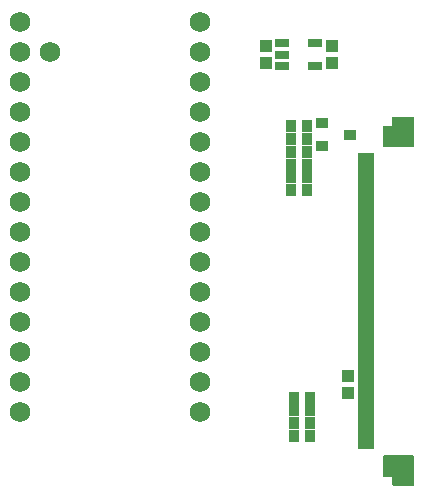
<source format=gbs>
%FSLAX23Y23*%
%MOIN*%
G70*
G01*
G75*
G04 Layer_Color=16711935*
%ADD10C,0.006*%
%ADD11C,0.060*%
%ADD12C,0.020*%
%ADD13C,0.024*%
%ADD14R,0.047X0.012*%
%ADD15C,0.039*%
%ADD16R,0.039X0.022*%
%ADD17R,0.030X0.035*%
%ADD18R,0.035X0.024*%
%ADD19R,0.035X0.031*%
%ADD20C,0.020*%
%ADD21R,0.047X0.051*%
%ADD22C,0.068*%
%ADD23R,0.055X0.020*%
%ADD24C,0.047*%
%ADD25R,0.047X0.030*%
%ADD26R,0.038X0.043*%
%ADD27R,0.043X0.032*%
%ADD28R,0.043X0.039*%
G36*
X2361Y1471D02*
X2361Y1470D01*
X2362Y1470D01*
X2362Y1470D01*
X2363Y1470D01*
X2363Y1469D01*
X2363Y1469D01*
X2364Y1469D01*
X2364Y1468D01*
X2364Y1468D01*
X2364Y1467D01*
X2364Y1467D01*
Y1372D01*
X2364Y1372D01*
X2364Y1371D01*
X2364Y1371D01*
X2364Y1370D01*
X2363Y1370D01*
X2363Y1369D01*
X2363Y1369D01*
X2362Y1369D01*
X2362Y1368D01*
X2361Y1368D01*
X2361Y1368D01*
X2360Y1368D01*
X2297D01*
X2297Y1368D01*
X2296Y1368D01*
X2296Y1368D01*
X2295Y1369D01*
X2295Y1369D01*
X2294Y1369D01*
X2294Y1370D01*
X2294Y1370D01*
X2294Y1371D01*
X2293Y1371D01*
X2293Y1372D01*
X2293Y1372D01*
Y1400D01*
X2266D01*
X2265Y1400D01*
X2265Y1400D01*
X2264Y1400D01*
X2264Y1400D01*
X2263Y1400D01*
X2263Y1401D01*
X2263Y1401D01*
X2262Y1402D01*
X2262Y1402D01*
X2262Y1403D01*
X2262Y1403D01*
X2262Y1404D01*
Y1467D01*
X2262Y1467D01*
X2262Y1468D01*
X2262Y1468D01*
X2262Y1469D01*
X2263Y1469D01*
X2263Y1469D01*
X2263Y1470D01*
X2264Y1470D01*
X2264Y1470D01*
X2265Y1470D01*
X2265Y1471D01*
X2266Y1471D01*
X2360D01*
X2361Y1471D01*
D02*
G37*
G36*
X2361Y2600D02*
X2361Y2600D01*
X2362Y2600D01*
X2362Y2600D01*
X2363Y2600D01*
X2363Y2599D01*
X2363Y2599D01*
X2364Y2598D01*
X2364Y2598D01*
X2364Y2597D01*
X2364Y2597D01*
X2364Y2596D01*
Y2502D01*
X2364Y2501D01*
X2364Y2501D01*
X2364Y2500D01*
X2364Y2500D01*
X2363Y2500D01*
X2363Y2499D01*
X2363Y2499D01*
X2362Y2498D01*
X2362Y2498D01*
X2361Y2498D01*
X2361Y2498D01*
X2360Y2498D01*
X2266D01*
X2265Y2498D01*
X2265Y2498D01*
X2264Y2498D01*
X2264Y2498D01*
X2263Y2499D01*
X2263Y2499D01*
X2263Y2500D01*
X2262Y2500D01*
X2262Y2500D01*
X2262Y2501D01*
X2262Y2501D01*
X2262Y2502D01*
Y2565D01*
X2262Y2565D01*
X2262Y2566D01*
X2262Y2566D01*
X2262Y2567D01*
X2263Y2567D01*
X2263Y2568D01*
X2263Y2568D01*
X2264Y2568D01*
X2264Y2569D01*
X2265Y2569D01*
X2265Y2569D01*
X2266Y2569D01*
X2293D01*
Y2596D01*
X2293Y2597D01*
X2293Y2597D01*
X2294Y2598D01*
X2294Y2598D01*
X2294Y2599D01*
X2294Y2599D01*
X2295Y2600D01*
X2295Y2600D01*
X2296Y2600D01*
X2296Y2600D01*
X2297Y2600D01*
X2297Y2600D01*
X2360D01*
X2361Y2600D01*
D02*
G37*
D22*
X1053Y2915D02*
D03*
Y2815D02*
D03*
Y2715D02*
D03*
Y2615D02*
D03*
Y2515D02*
D03*
Y2415D02*
D03*
Y2315D02*
D03*
Y2215D02*
D03*
Y2115D02*
D03*
Y2015D02*
D03*
Y1915D02*
D03*
Y1815D02*
D03*
Y1715D02*
D03*
Y1615D02*
D03*
X1653Y2915D02*
D03*
Y1615D02*
D03*
Y1715D02*
D03*
Y1815D02*
D03*
Y1915D02*
D03*
Y2015D02*
D03*
Y2115D02*
D03*
Y2215D02*
D03*
Y2315D02*
D03*
Y2415D02*
D03*
Y2515D02*
D03*
Y2615D02*
D03*
Y2715D02*
D03*
Y2815D02*
D03*
X1153D02*
D03*
D23*
X2207Y1502D02*
D03*
Y1522D02*
D03*
Y1541D02*
D03*
Y1561D02*
D03*
Y1581D02*
D03*
Y1600D02*
D03*
Y1620D02*
D03*
Y1640D02*
D03*
Y1659D02*
D03*
Y1679D02*
D03*
Y1699D02*
D03*
Y1719D02*
D03*
Y1738D02*
D03*
Y1758D02*
D03*
Y1778D02*
D03*
Y1797D02*
D03*
Y1817D02*
D03*
Y1837D02*
D03*
Y1856D02*
D03*
Y1876D02*
D03*
Y1896D02*
D03*
Y1915D02*
D03*
Y1935D02*
D03*
Y1955D02*
D03*
Y1974D02*
D03*
Y1994D02*
D03*
Y2014D02*
D03*
Y2033D02*
D03*
Y2053D02*
D03*
Y2073D02*
D03*
Y2093D02*
D03*
Y2112D02*
D03*
Y2132D02*
D03*
Y2152D02*
D03*
Y2171D02*
D03*
Y2191D02*
D03*
Y2211D02*
D03*
Y2230D02*
D03*
Y2250D02*
D03*
Y2270D02*
D03*
Y2289D02*
D03*
Y2309D02*
D03*
Y2329D02*
D03*
Y2348D02*
D03*
Y2368D02*
D03*
Y2388D02*
D03*
Y2407D02*
D03*
Y2427D02*
D03*
Y2447D02*
D03*
Y2467D02*
D03*
D24*
X2315Y2535D02*
D03*
Y1433D02*
D03*
D25*
X1927Y2769D02*
D03*
Y2806D02*
D03*
Y2844D02*
D03*
X2035D02*
D03*
Y2769D02*
D03*
D26*
X2008Y2525D02*
D03*
X1955D02*
D03*
X2008Y2482D02*
D03*
X1955D02*
D03*
X2008Y2567D02*
D03*
X1955D02*
D03*
X2008Y2440D02*
D03*
X1955D02*
D03*
X2008Y2398D02*
D03*
X1955D02*
D03*
X2008Y2355D02*
D03*
X1955D02*
D03*
X2019Y1663D02*
D03*
X1966D02*
D03*
X2019Y1621D02*
D03*
X1966D02*
D03*
X2019Y1579D02*
D03*
X1966D02*
D03*
X2019Y1536D02*
D03*
X1966D02*
D03*
D27*
X2060Y2502D02*
D03*
Y2577D02*
D03*
X2151Y2539D02*
D03*
D28*
X2147Y1736D02*
D03*
Y1679D02*
D03*
X2092Y2835D02*
D03*
Y2778D02*
D03*
X1871D02*
D03*
Y2835D02*
D03*
M02*

</source>
